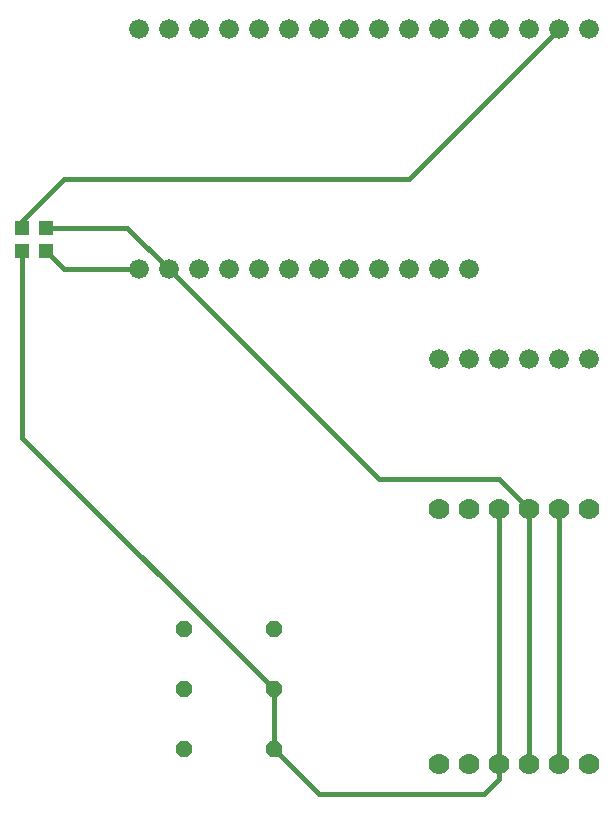
<source format=gbr>
G04 EAGLE Gerber RS-274X export*
G75*
%MOMM*%
%FSLAX34Y34*%
%LPD*%
%INBottom Copper*%
%IPPOS*%
%AMOC8*
5,1,8,0,0,1.08239X$1,22.5*%
G01*
%ADD10R,1.300000X1.300000*%
%ADD11C,1.676400*%
%ADD12C,1.778000*%
%ADD13P,1.429621X8X22.500000*%
%ADD14P,1.429621X8X202.500000*%
%ADD15C,0.406400*%


D10*
X1056800Y790100D03*
X1056800Y810100D03*
X1076800Y810100D03*
X1076800Y790100D03*
D11*
X1155700Y977900D03*
X1181100Y977900D03*
X1206500Y977900D03*
X1231900Y977900D03*
X1257300Y977900D03*
X1282700Y977900D03*
X1308100Y977900D03*
X1333500Y977900D03*
X1358900Y977900D03*
X1384300Y977900D03*
X1409700Y977900D03*
X1435100Y977900D03*
X1460500Y977900D03*
X1485900Y977900D03*
X1511300Y977900D03*
X1536700Y977900D03*
X1435100Y774700D03*
X1409700Y774700D03*
X1384300Y774700D03*
X1358900Y774700D03*
X1333500Y774700D03*
X1308100Y774700D03*
X1282700Y774700D03*
X1257300Y774700D03*
X1231900Y774700D03*
X1206500Y774700D03*
X1181100Y774700D03*
X1155700Y774700D03*
X1409700Y698500D03*
X1435100Y698500D03*
X1460500Y698500D03*
X1485900Y698500D03*
X1511300Y698500D03*
X1536700Y698500D03*
D12*
X1409700Y571500D03*
X1435100Y571500D03*
X1460500Y571500D03*
X1485900Y571500D03*
X1511300Y571500D03*
X1536700Y571500D03*
X1409700Y355600D03*
X1435100Y355600D03*
X1460500Y355600D03*
X1485900Y355600D03*
X1511300Y355600D03*
X1536700Y355600D03*
D13*
X1193800Y469900D03*
X1270000Y469900D03*
D14*
X1270000Y419100D03*
X1193800Y419100D03*
D13*
X1193800Y368300D03*
X1270000Y368300D03*
D15*
X1460500Y355600D02*
X1460500Y571500D01*
X1460500Y355600D02*
X1460500Y350699D01*
X1307846Y330454D02*
X1270000Y368300D01*
X1307846Y330454D02*
X1447800Y330454D01*
X1270000Y368300D02*
X1270000Y419100D01*
X1056800Y632300D01*
X1056800Y790100D01*
X1460500Y343154D02*
X1447800Y330454D01*
X1460500Y343154D02*
X1460500Y355600D01*
X1485900Y355600D02*
X1485900Y571500D01*
X1181100Y774700D02*
X1145700Y810100D01*
X1076800Y810100D01*
X1181100Y774700D02*
X1358900Y596900D01*
X1460500Y596900D01*
X1485900Y571500D01*
X1511300Y571500D02*
X1511300Y355600D01*
X1155700Y774700D02*
X1092200Y774700D01*
X1076800Y790100D01*
X1384300Y850900D02*
X1511300Y977900D01*
X1384300Y850900D02*
X1092200Y850900D01*
X1056800Y815500D01*
X1056800Y810100D01*
M02*

</source>
